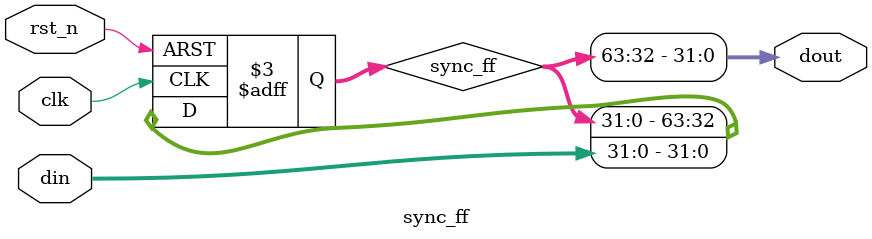
<source format=sv>
`ifndef SYNCFF
`define SYNCFF

module sync_ff #(parameter SYNC_STAGE = 2, parameter DWIDTH = 32) (
    input  logic              clk  ,
    input  logic              rst_n,
    input  logic [DWIDTH-1:0] din  ,
    output logic [DWIDTH-1:0] dout
);

logic   [DWIDTH*SYNC_STAGE -1:0] sync_ff ; 


always @(posedge clk or negedge rst_n)
    if      (!rst_n)    sync_ff <= {DWIDTH*SYNC_STAGE{1'b0}};
    else                sync_ff <= {sync_ff[DWIDTH*(SYNC_STAGE-1)-1:0], din} ;
  
assign dout = sync_ff[DWIDTH*SYNC_STAGE-1:DWIDTH*(SYNC_STAGE-1)];


endmodule
`endif
</source>
